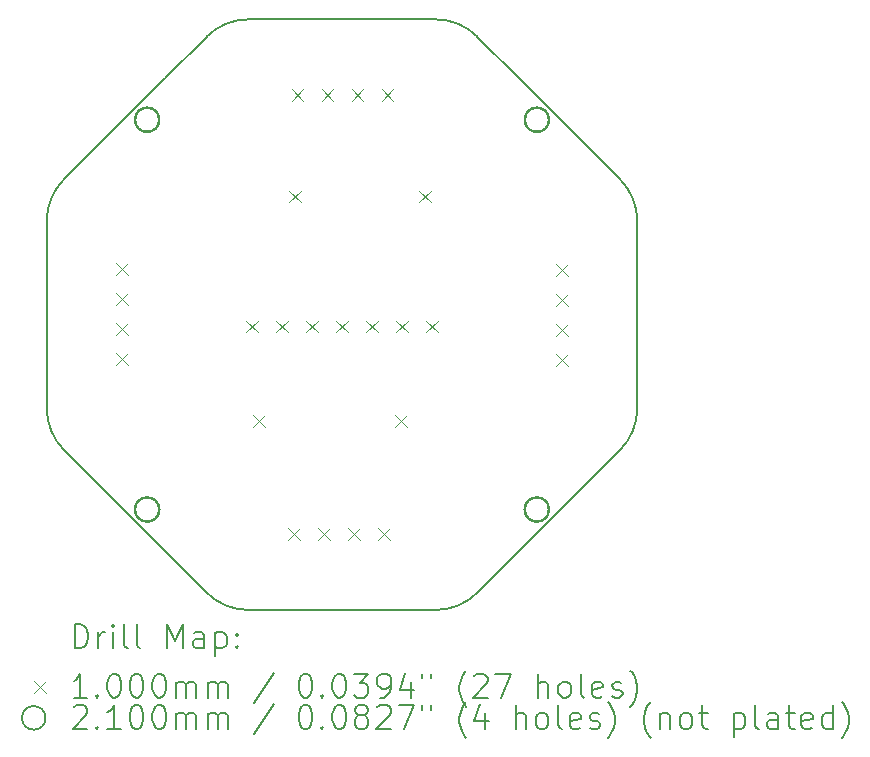
<source format=gbr>
%TF.GenerationSoftware,KiCad,Pcbnew,7.0.2-0*%
%TF.CreationDate,2023-07-24T15:35:59+09:00*%
%TF.ProjectId,line_in,6c696e65-5f69-46e2-9e6b-696361645f70,rev?*%
%TF.SameCoordinates,Original*%
%TF.FileFunction,Drillmap*%
%TF.FilePolarity,Positive*%
%FSLAX45Y45*%
G04 Gerber Fmt 4.5, Leading zero omitted, Abs format (unit mm)*
G04 Created by KiCad (PCBNEW 7.0.2-0) date 2023-07-24 15:35:59*
%MOMM*%
%LPD*%
G01*
G04 APERTURE LIST*
%ADD10C,0.200000*%
%ADD11C,0.100000*%
%ADD12C,0.210000*%
G04 APERTURE END LIST*
D10*
X12500000Y-12000000D02*
X12853553Y-12353553D01*
X16000000Y-8500000D02*
X15500000Y-8000000D01*
X15500000Y-8000000D02*
X15146447Y-7646447D01*
X16353556Y-11146449D02*
G75*
G03*
X16500000Y-10792893I-353576J353559D01*
G01*
X15500000Y-12000000D02*
X16000000Y-11500000D01*
X13207107Y-7499998D02*
G75*
G03*
X12853553Y-7646447I3J-500002D01*
G01*
X14792893Y-7500000D02*
X13207107Y-7500000D01*
X12450000Y-11650000D02*
G75*
G03*
X12450000Y-11650000I-100000J0D01*
G01*
X13207107Y-12500000D02*
X14792893Y-12500000D01*
X16500002Y-9207107D02*
G75*
G03*
X16353553Y-8853554I-500002J-3D01*
G01*
X11500000Y-9207107D02*
X11500000Y-10792893D01*
X12000000Y-11500000D02*
X12500000Y-12000000D01*
X16353553Y-8853553D02*
X16000000Y-8500000D01*
X12000000Y-8500000D02*
X11646447Y-8853553D01*
X15750000Y-8350000D02*
G75*
G03*
X15750000Y-8350000I-100000J0D01*
G01*
X12853555Y-12353552D02*
G75*
G03*
X13207107Y-12500000I353555J353552D01*
G01*
X15146447Y-12353553D02*
X15500000Y-12000000D01*
X11646448Y-8853555D02*
G75*
G03*
X11500000Y-9207107I353552J-353555D01*
G01*
X11499998Y-10792893D02*
G75*
G03*
X11646447Y-11146447I500002J3D01*
G01*
X12500000Y-8000000D02*
X12000000Y-8500000D01*
X12853553Y-7646447D02*
X12500000Y-8000000D01*
X14792893Y-12500002D02*
G75*
G03*
X15146446Y-12353553I-3J500002D01*
G01*
X16500000Y-10792893D02*
X16500000Y-9207107D01*
X16000000Y-11500000D02*
X16353553Y-11146447D01*
X15146445Y-7646448D02*
G75*
G03*
X14792893Y-7500000I-353555J-353552D01*
G01*
X12450000Y-8350000D02*
G75*
G03*
X12450000Y-8350000I-100000J0D01*
G01*
X11646447Y-11146447D02*
X12000000Y-11500000D01*
X15750000Y-11650000D02*
G75*
G03*
X15750000Y-11650000I-100000J0D01*
G01*
D11*
X12090000Y-9565000D02*
X12190000Y-9665000D01*
X12190000Y-9565000D02*
X12090000Y-9665000D01*
X12090000Y-9819000D02*
X12190000Y-9919000D01*
X12190000Y-9819000D02*
X12090000Y-9919000D01*
X12090000Y-10073000D02*
X12190000Y-10173000D01*
X12190000Y-10073000D02*
X12090000Y-10173000D01*
X12090000Y-10327000D02*
X12190000Y-10427000D01*
X12190000Y-10327000D02*
X12090000Y-10427000D01*
X13187500Y-10050000D02*
X13287500Y-10150000D01*
X13287500Y-10050000D02*
X13187500Y-10150000D01*
X13250000Y-10850000D02*
X13350000Y-10950000D01*
X13350000Y-10850000D02*
X13250000Y-10950000D01*
X13441500Y-10050000D02*
X13541500Y-10150000D01*
X13541500Y-10050000D02*
X13441500Y-10150000D01*
X13542000Y-11810000D02*
X13642000Y-11910000D01*
X13642000Y-11810000D02*
X13542000Y-11910000D01*
X13550000Y-8950000D02*
X13650000Y-9050000D01*
X13650000Y-8950000D02*
X13550000Y-9050000D01*
X13573000Y-8090000D02*
X13673000Y-8190000D01*
X13673000Y-8090000D02*
X13573000Y-8190000D01*
X13695500Y-10050000D02*
X13795500Y-10150000D01*
X13795500Y-10050000D02*
X13695500Y-10150000D01*
X13796000Y-11810000D02*
X13896000Y-11910000D01*
X13896000Y-11810000D02*
X13796000Y-11910000D01*
X13827000Y-8090000D02*
X13927000Y-8190000D01*
X13927000Y-8090000D02*
X13827000Y-8190000D01*
X13949500Y-10050000D02*
X14049500Y-10150000D01*
X14049500Y-10050000D02*
X13949500Y-10150000D01*
X14050000Y-11810000D02*
X14150000Y-11910000D01*
X14150000Y-11810000D02*
X14050000Y-11910000D01*
X14081000Y-8090000D02*
X14181000Y-8190000D01*
X14181000Y-8090000D02*
X14081000Y-8190000D01*
X14203500Y-10050000D02*
X14303500Y-10150000D01*
X14303500Y-10050000D02*
X14203500Y-10150000D01*
X14304000Y-11810000D02*
X14404000Y-11910000D01*
X14404000Y-11810000D02*
X14304000Y-11910000D01*
X14335000Y-8090000D02*
X14435000Y-8190000D01*
X14435000Y-8090000D02*
X14335000Y-8190000D01*
X14450000Y-10850000D02*
X14550000Y-10950000D01*
X14550000Y-10850000D02*
X14450000Y-10950000D01*
X14457500Y-10050000D02*
X14557500Y-10150000D01*
X14557500Y-10050000D02*
X14457500Y-10150000D01*
X14650000Y-8950000D02*
X14750000Y-9050000D01*
X14750000Y-8950000D02*
X14650000Y-9050000D01*
X14711500Y-10050000D02*
X14811500Y-10150000D01*
X14811500Y-10050000D02*
X14711500Y-10150000D01*
X15810000Y-9573000D02*
X15910000Y-9673000D01*
X15910000Y-9573000D02*
X15810000Y-9673000D01*
X15810000Y-9827000D02*
X15910000Y-9927000D01*
X15910000Y-9827000D02*
X15810000Y-9927000D01*
X15810000Y-10081000D02*
X15910000Y-10181000D01*
X15910000Y-10081000D02*
X15810000Y-10181000D01*
X15810000Y-10335000D02*
X15910000Y-10435000D01*
X15910000Y-10335000D02*
X15810000Y-10435000D01*
D12*
X12455000Y-8350000D02*
G75*
G03*
X12455000Y-8350000I-105000J0D01*
G01*
X12455000Y-11650000D02*
G75*
G03*
X12455000Y-11650000I-105000J0D01*
G01*
X15755000Y-8350000D02*
G75*
G03*
X15755000Y-8350000I-105000J0D01*
G01*
X15755000Y-11650000D02*
G75*
G03*
X15755000Y-11650000I-105000J0D01*
G01*
D10*
X11737619Y-12822524D02*
X11737619Y-12622524D01*
X11737619Y-12622524D02*
X11785238Y-12622524D01*
X11785238Y-12622524D02*
X11813809Y-12632048D01*
X11813809Y-12632048D02*
X11832857Y-12651095D01*
X11832857Y-12651095D02*
X11842381Y-12670143D01*
X11842381Y-12670143D02*
X11851905Y-12708238D01*
X11851905Y-12708238D02*
X11851905Y-12736809D01*
X11851905Y-12736809D02*
X11842381Y-12774905D01*
X11842381Y-12774905D02*
X11832857Y-12793952D01*
X11832857Y-12793952D02*
X11813809Y-12813000D01*
X11813809Y-12813000D02*
X11785238Y-12822524D01*
X11785238Y-12822524D02*
X11737619Y-12822524D01*
X11937619Y-12822524D02*
X11937619Y-12689190D01*
X11937619Y-12727286D02*
X11947143Y-12708238D01*
X11947143Y-12708238D02*
X11956667Y-12698714D01*
X11956667Y-12698714D02*
X11975714Y-12689190D01*
X11975714Y-12689190D02*
X11994762Y-12689190D01*
X12061428Y-12822524D02*
X12061428Y-12689190D01*
X12061428Y-12622524D02*
X12051905Y-12632048D01*
X12051905Y-12632048D02*
X12061428Y-12641571D01*
X12061428Y-12641571D02*
X12070952Y-12632048D01*
X12070952Y-12632048D02*
X12061428Y-12622524D01*
X12061428Y-12622524D02*
X12061428Y-12641571D01*
X12185238Y-12822524D02*
X12166190Y-12813000D01*
X12166190Y-12813000D02*
X12156667Y-12793952D01*
X12156667Y-12793952D02*
X12156667Y-12622524D01*
X12290000Y-12822524D02*
X12270952Y-12813000D01*
X12270952Y-12813000D02*
X12261428Y-12793952D01*
X12261428Y-12793952D02*
X12261428Y-12622524D01*
X12518571Y-12822524D02*
X12518571Y-12622524D01*
X12518571Y-12622524D02*
X12585238Y-12765381D01*
X12585238Y-12765381D02*
X12651905Y-12622524D01*
X12651905Y-12622524D02*
X12651905Y-12822524D01*
X12832857Y-12822524D02*
X12832857Y-12717762D01*
X12832857Y-12717762D02*
X12823333Y-12698714D01*
X12823333Y-12698714D02*
X12804286Y-12689190D01*
X12804286Y-12689190D02*
X12766190Y-12689190D01*
X12766190Y-12689190D02*
X12747143Y-12698714D01*
X12832857Y-12813000D02*
X12813809Y-12822524D01*
X12813809Y-12822524D02*
X12766190Y-12822524D01*
X12766190Y-12822524D02*
X12747143Y-12813000D01*
X12747143Y-12813000D02*
X12737619Y-12793952D01*
X12737619Y-12793952D02*
X12737619Y-12774905D01*
X12737619Y-12774905D02*
X12747143Y-12755857D01*
X12747143Y-12755857D02*
X12766190Y-12746333D01*
X12766190Y-12746333D02*
X12813809Y-12746333D01*
X12813809Y-12746333D02*
X12832857Y-12736809D01*
X12928095Y-12689190D02*
X12928095Y-12889190D01*
X12928095Y-12698714D02*
X12947143Y-12689190D01*
X12947143Y-12689190D02*
X12985238Y-12689190D01*
X12985238Y-12689190D02*
X13004286Y-12698714D01*
X13004286Y-12698714D02*
X13013809Y-12708238D01*
X13013809Y-12708238D02*
X13023333Y-12727286D01*
X13023333Y-12727286D02*
X13023333Y-12784428D01*
X13023333Y-12784428D02*
X13013809Y-12803476D01*
X13013809Y-12803476D02*
X13004286Y-12813000D01*
X13004286Y-12813000D02*
X12985238Y-12822524D01*
X12985238Y-12822524D02*
X12947143Y-12822524D01*
X12947143Y-12822524D02*
X12928095Y-12813000D01*
X13109048Y-12803476D02*
X13118571Y-12813000D01*
X13118571Y-12813000D02*
X13109048Y-12822524D01*
X13109048Y-12822524D02*
X13099524Y-12813000D01*
X13099524Y-12813000D02*
X13109048Y-12803476D01*
X13109048Y-12803476D02*
X13109048Y-12822524D01*
X13109048Y-12698714D02*
X13118571Y-12708238D01*
X13118571Y-12708238D02*
X13109048Y-12717762D01*
X13109048Y-12717762D02*
X13099524Y-12708238D01*
X13099524Y-12708238D02*
X13109048Y-12698714D01*
X13109048Y-12698714D02*
X13109048Y-12717762D01*
D11*
X11390000Y-13100000D02*
X11490000Y-13200000D01*
X11490000Y-13100000D02*
X11390000Y-13200000D01*
D10*
X11842381Y-13242524D02*
X11728095Y-13242524D01*
X11785238Y-13242524D02*
X11785238Y-13042524D01*
X11785238Y-13042524D02*
X11766190Y-13071095D01*
X11766190Y-13071095D02*
X11747143Y-13090143D01*
X11747143Y-13090143D02*
X11728095Y-13099667D01*
X11928095Y-13223476D02*
X11937619Y-13233000D01*
X11937619Y-13233000D02*
X11928095Y-13242524D01*
X11928095Y-13242524D02*
X11918571Y-13233000D01*
X11918571Y-13233000D02*
X11928095Y-13223476D01*
X11928095Y-13223476D02*
X11928095Y-13242524D01*
X12061428Y-13042524D02*
X12080476Y-13042524D01*
X12080476Y-13042524D02*
X12099524Y-13052048D01*
X12099524Y-13052048D02*
X12109048Y-13061571D01*
X12109048Y-13061571D02*
X12118571Y-13080619D01*
X12118571Y-13080619D02*
X12128095Y-13118714D01*
X12128095Y-13118714D02*
X12128095Y-13166333D01*
X12128095Y-13166333D02*
X12118571Y-13204428D01*
X12118571Y-13204428D02*
X12109048Y-13223476D01*
X12109048Y-13223476D02*
X12099524Y-13233000D01*
X12099524Y-13233000D02*
X12080476Y-13242524D01*
X12080476Y-13242524D02*
X12061428Y-13242524D01*
X12061428Y-13242524D02*
X12042381Y-13233000D01*
X12042381Y-13233000D02*
X12032857Y-13223476D01*
X12032857Y-13223476D02*
X12023333Y-13204428D01*
X12023333Y-13204428D02*
X12013809Y-13166333D01*
X12013809Y-13166333D02*
X12013809Y-13118714D01*
X12013809Y-13118714D02*
X12023333Y-13080619D01*
X12023333Y-13080619D02*
X12032857Y-13061571D01*
X12032857Y-13061571D02*
X12042381Y-13052048D01*
X12042381Y-13052048D02*
X12061428Y-13042524D01*
X12251905Y-13042524D02*
X12270952Y-13042524D01*
X12270952Y-13042524D02*
X12290000Y-13052048D01*
X12290000Y-13052048D02*
X12299524Y-13061571D01*
X12299524Y-13061571D02*
X12309048Y-13080619D01*
X12309048Y-13080619D02*
X12318571Y-13118714D01*
X12318571Y-13118714D02*
X12318571Y-13166333D01*
X12318571Y-13166333D02*
X12309048Y-13204428D01*
X12309048Y-13204428D02*
X12299524Y-13223476D01*
X12299524Y-13223476D02*
X12290000Y-13233000D01*
X12290000Y-13233000D02*
X12270952Y-13242524D01*
X12270952Y-13242524D02*
X12251905Y-13242524D01*
X12251905Y-13242524D02*
X12232857Y-13233000D01*
X12232857Y-13233000D02*
X12223333Y-13223476D01*
X12223333Y-13223476D02*
X12213809Y-13204428D01*
X12213809Y-13204428D02*
X12204286Y-13166333D01*
X12204286Y-13166333D02*
X12204286Y-13118714D01*
X12204286Y-13118714D02*
X12213809Y-13080619D01*
X12213809Y-13080619D02*
X12223333Y-13061571D01*
X12223333Y-13061571D02*
X12232857Y-13052048D01*
X12232857Y-13052048D02*
X12251905Y-13042524D01*
X12442381Y-13042524D02*
X12461429Y-13042524D01*
X12461429Y-13042524D02*
X12480476Y-13052048D01*
X12480476Y-13052048D02*
X12490000Y-13061571D01*
X12490000Y-13061571D02*
X12499524Y-13080619D01*
X12499524Y-13080619D02*
X12509048Y-13118714D01*
X12509048Y-13118714D02*
X12509048Y-13166333D01*
X12509048Y-13166333D02*
X12499524Y-13204428D01*
X12499524Y-13204428D02*
X12490000Y-13223476D01*
X12490000Y-13223476D02*
X12480476Y-13233000D01*
X12480476Y-13233000D02*
X12461429Y-13242524D01*
X12461429Y-13242524D02*
X12442381Y-13242524D01*
X12442381Y-13242524D02*
X12423333Y-13233000D01*
X12423333Y-13233000D02*
X12413809Y-13223476D01*
X12413809Y-13223476D02*
X12404286Y-13204428D01*
X12404286Y-13204428D02*
X12394762Y-13166333D01*
X12394762Y-13166333D02*
X12394762Y-13118714D01*
X12394762Y-13118714D02*
X12404286Y-13080619D01*
X12404286Y-13080619D02*
X12413809Y-13061571D01*
X12413809Y-13061571D02*
X12423333Y-13052048D01*
X12423333Y-13052048D02*
X12442381Y-13042524D01*
X12594762Y-13242524D02*
X12594762Y-13109190D01*
X12594762Y-13128238D02*
X12604286Y-13118714D01*
X12604286Y-13118714D02*
X12623333Y-13109190D01*
X12623333Y-13109190D02*
X12651905Y-13109190D01*
X12651905Y-13109190D02*
X12670952Y-13118714D01*
X12670952Y-13118714D02*
X12680476Y-13137762D01*
X12680476Y-13137762D02*
X12680476Y-13242524D01*
X12680476Y-13137762D02*
X12690000Y-13118714D01*
X12690000Y-13118714D02*
X12709048Y-13109190D01*
X12709048Y-13109190D02*
X12737619Y-13109190D01*
X12737619Y-13109190D02*
X12756667Y-13118714D01*
X12756667Y-13118714D02*
X12766190Y-13137762D01*
X12766190Y-13137762D02*
X12766190Y-13242524D01*
X12861429Y-13242524D02*
X12861429Y-13109190D01*
X12861429Y-13128238D02*
X12870952Y-13118714D01*
X12870952Y-13118714D02*
X12890000Y-13109190D01*
X12890000Y-13109190D02*
X12918571Y-13109190D01*
X12918571Y-13109190D02*
X12937619Y-13118714D01*
X12937619Y-13118714D02*
X12947143Y-13137762D01*
X12947143Y-13137762D02*
X12947143Y-13242524D01*
X12947143Y-13137762D02*
X12956667Y-13118714D01*
X12956667Y-13118714D02*
X12975714Y-13109190D01*
X12975714Y-13109190D02*
X13004286Y-13109190D01*
X13004286Y-13109190D02*
X13023333Y-13118714D01*
X13023333Y-13118714D02*
X13032857Y-13137762D01*
X13032857Y-13137762D02*
X13032857Y-13242524D01*
X13423333Y-13033000D02*
X13251905Y-13290143D01*
X13680476Y-13042524D02*
X13699524Y-13042524D01*
X13699524Y-13042524D02*
X13718572Y-13052048D01*
X13718572Y-13052048D02*
X13728095Y-13061571D01*
X13728095Y-13061571D02*
X13737619Y-13080619D01*
X13737619Y-13080619D02*
X13747143Y-13118714D01*
X13747143Y-13118714D02*
X13747143Y-13166333D01*
X13747143Y-13166333D02*
X13737619Y-13204428D01*
X13737619Y-13204428D02*
X13728095Y-13223476D01*
X13728095Y-13223476D02*
X13718572Y-13233000D01*
X13718572Y-13233000D02*
X13699524Y-13242524D01*
X13699524Y-13242524D02*
X13680476Y-13242524D01*
X13680476Y-13242524D02*
X13661429Y-13233000D01*
X13661429Y-13233000D02*
X13651905Y-13223476D01*
X13651905Y-13223476D02*
X13642381Y-13204428D01*
X13642381Y-13204428D02*
X13632857Y-13166333D01*
X13632857Y-13166333D02*
X13632857Y-13118714D01*
X13632857Y-13118714D02*
X13642381Y-13080619D01*
X13642381Y-13080619D02*
X13651905Y-13061571D01*
X13651905Y-13061571D02*
X13661429Y-13052048D01*
X13661429Y-13052048D02*
X13680476Y-13042524D01*
X13832857Y-13223476D02*
X13842381Y-13233000D01*
X13842381Y-13233000D02*
X13832857Y-13242524D01*
X13832857Y-13242524D02*
X13823333Y-13233000D01*
X13823333Y-13233000D02*
X13832857Y-13223476D01*
X13832857Y-13223476D02*
X13832857Y-13242524D01*
X13966191Y-13042524D02*
X13985238Y-13042524D01*
X13985238Y-13042524D02*
X14004286Y-13052048D01*
X14004286Y-13052048D02*
X14013810Y-13061571D01*
X14013810Y-13061571D02*
X14023333Y-13080619D01*
X14023333Y-13080619D02*
X14032857Y-13118714D01*
X14032857Y-13118714D02*
X14032857Y-13166333D01*
X14032857Y-13166333D02*
X14023333Y-13204428D01*
X14023333Y-13204428D02*
X14013810Y-13223476D01*
X14013810Y-13223476D02*
X14004286Y-13233000D01*
X14004286Y-13233000D02*
X13985238Y-13242524D01*
X13985238Y-13242524D02*
X13966191Y-13242524D01*
X13966191Y-13242524D02*
X13947143Y-13233000D01*
X13947143Y-13233000D02*
X13937619Y-13223476D01*
X13937619Y-13223476D02*
X13928095Y-13204428D01*
X13928095Y-13204428D02*
X13918572Y-13166333D01*
X13918572Y-13166333D02*
X13918572Y-13118714D01*
X13918572Y-13118714D02*
X13928095Y-13080619D01*
X13928095Y-13080619D02*
X13937619Y-13061571D01*
X13937619Y-13061571D02*
X13947143Y-13052048D01*
X13947143Y-13052048D02*
X13966191Y-13042524D01*
X14099524Y-13042524D02*
X14223333Y-13042524D01*
X14223333Y-13042524D02*
X14156667Y-13118714D01*
X14156667Y-13118714D02*
X14185238Y-13118714D01*
X14185238Y-13118714D02*
X14204286Y-13128238D01*
X14204286Y-13128238D02*
X14213810Y-13137762D01*
X14213810Y-13137762D02*
X14223333Y-13156809D01*
X14223333Y-13156809D02*
X14223333Y-13204428D01*
X14223333Y-13204428D02*
X14213810Y-13223476D01*
X14213810Y-13223476D02*
X14204286Y-13233000D01*
X14204286Y-13233000D02*
X14185238Y-13242524D01*
X14185238Y-13242524D02*
X14128095Y-13242524D01*
X14128095Y-13242524D02*
X14109048Y-13233000D01*
X14109048Y-13233000D02*
X14099524Y-13223476D01*
X14318572Y-13242524D02*
X14356667Y-13242524D01*
X14356667Y-13242524D02*
X14375714Y-13233000D01*
X14375714Y-13233000D02*
X14385238Y-13223476D01*
X14385238Y-13223476D02*
X14404286Y-13194905D01*
X14404286Y-13194905D02*
X14413810Y-13156809D01*
X14413810Y-13156809D02*
X14413810Y-13080619D01*
X14413810Y-13080619D02*
X14404286Y-13061571D01*
X14404286Y-13061571D02*
X14394762Y-13052048D01*
X14394762Y-13052048D02*
X14375714Y-13042524D01*
X14375714Y-13042524D02*
X14337619Y-13042524D01*
X14337619Y-13042524D02*
X14318572Y-13052048D01*
X14318572Y-13052048D02*
X14309048Y-13061571D01*
X14309048Y-13061571D02*
X14299524Y-13080619D01*
X14299524Y-13080619D02*
X14299524Y-13128238D01*
X14299524Y-13128238D02*
X14309048Y-13147286D01*
X14309048Y-13147286D02*
X14318572Y-13156809D01*
X14318572Y-13156809D02*
X14337619Y-13166333D01*
X14337619Y-13166333D02*
X14375714Y-13166333D01*
X14375714Y-13166333D02*
X14394762Y-13156809D01*
X14394762Y-13156809D02*
X14404286Y-13147286D01*
X14404286Y-13147286D02*
X14413810Y-13128238D01*
X14585238Y-13109190D02*
X14585238Y-13242524D01*
X14537619Y-13033000D02*
X14490000Y-13175857D01*
X14490000Y-13175857D02*
X14613810Y-13175857D01*
X14680476Y-13042524D02*
X14680476Y-13080619D01*
X14756667Y-13042524D02*
X14756667Y-13080619D01*
X15051905Y-13318714D02*
X15042381Y-13309190D01*
X15042381Y-13309190D02*
X15023334Y-13280619D01*
X15023334Y-13280619D02*
X15013810Y-13261571D01*
X15013810Y-13261571D02*
X15004286Y-13233000D01*
X15004286Y-13233000D02*
X14994762Y-13185381D01*
X14994762Y-13185381D02*
X14994762Y-13147286D01*
X14994762Y-13147286D02*
X15004286Y-13099667D01*
X15004286Y-13099667D02*
X15013810Y-13071095D01*
X15013810Y-13071095D02*
X15023334Y-13052048D01*
X15023334Y-13052048D02*
X15042381Y-13023476D01*
X15042381Y-13023476D02*
X15051905Y-13013952D01*
X15118572Y-13061571D02*
X15128095Y-13052048D01*
X15128095Y-13052048D02*
X15147143Y-13042524D01*
X15147143Y-13042524D02*
X15194762Y-13042524D01*
X15194762Y-13042524D02*
X15213810Y-13052048D01*
X15213810Y-13052048D02*
X15223334Y-13061571D01*
X15223334Y-13061571D02*
X15232857Y-13080619D01*
X15232857Y-13080619D02*
X15232857Y-13099667D01*
X15232857Y-13099667D02*
X15223334Y-13128238D01*
X15223334Y-13128238D02*
X15109048Y-13242524D01*
X15109048Y-13242524D02*
X15232857Y-13242524D01*
X15299524Y-13042524D02*
X15432857Y-13042524D01*
X15432857Y-13042524D02*
X15347143Y-13242524D01*
X15661429Y-13242524D02*
X15661429Y-13042524D01*
X15747143Y-13242524D02*
X15747143Y-13137762D01*
X15747143Y-13137762D02*
X15737619Y-13118714D01*
X15737619Y-13118714D02*
X15718572Y-13109190D01*
X15718572Y-13109190D02*
X15690000Y-13109190D01*
X15690000Y-13109190D02*
X15670953Y-13118714D01*
X15670953Y-13118714D02*
X15661429Y-13128238D01*
X15870953Y-13242524D02*
X15851905Y-13233000D01*
X15851905Y-13233000D02*
X15842381Y-13223476D01*
X15842381Y-13223476D02*
X15832857Y-13204428D01*
X15832857Y-13204428D02*
X15832857Y-13147286D01*
X15832857Y-13147286D02*
X15842381Y-13128238D01*
X15842381Y-13128238D02*
X15851905Y-13118714D01*
X15851905Y-13118714D02*
X15870953Y-13109190D01*
X15870953Y-13109190D02*
X15899524Y-13109190D01*
X15899524Y-13109190D02*
X15918572Y-13118714D01*
X15918572Y-13118714D02*
X15928096Y-13128238D01*
X15928096Y-13128238D02*
X15937619Y-13147286D01*
X15937619Y-13147286D02*
X15937619Y-13204428D01*
X15937619Y-13204428D02*
X15928096Y-13223476D01*
X15928096Y-13223476D02*
X15918572Y-13233000D01*
X15918572Y-13233000D02*
X15899524Y-13242524D01*
X15899524Y-13242524D02*
X15870953Y-13242524D01*
X16051905Y-13242524D02*
X16032857Y-13233000D01*
X16032857Y-13233000D02*
X16023334Y-13213952D01*
X16023334Y-13213952D02*
X16023334Y-13042524D01*
X16204286Y-13233000D02*
X16185238Y-13242524D01*
X16185238Y-13242524D02*
X16147143Y-13242524D01*
X16147143Y-13242524D02*
X16128096Y-13233000D01*
X16128096Y-13233000D02*
X16118572Y-13213952D01*
X16118572Y-13213952D02*
X16118572Y-13137762D01*
X16118572Y-13137762D02*
X16128096Y-13118714D01*
X16128096Y-13118714D02*
X16147143Y-13109190D01*
X16147143Y-13109190D02*
X16185238Y-13109190D01*
X16185238Y-13109190D02*
X16204286Y-13118714D01*
X16204286Y-13118714D02*
X16213810Y-13137762D01*
X16213810Y-13137762D02*
X16213810Y-13156809D01*
X16213810Y-13156809D02*
X16118572Y-13175857D01*
X16290000Y-13233000D02*
X16309048Y-13242524D01*
X16309048Y-13242524D02*
X16347143Y-13242524D01*
X16347143Y-13242524D02*
X16366191Y-13233000D01*
X16366191Y-13233000D02*
X16375715Y-13213952D01*
X16375715Y-13213952D02*
X16375715Y-13204428D01*
X16375715Y-13204428D02*
X16366191Y-13185381D01*
X16366191Y-13185381D02*
X16347143Y-13175857D01*
X16347143Y-13175857D02*
X16318572Y-13175857D01*
X16318572Y-13175857D02*
X16299524Y-13166333D01*
X16299524Y-13166333D02*
X16290000Y-13147286D01*
X16290000Y-13147286D02*
X16290000Y-13137762D01*
X16290000Y-13137762D02*
X16299524Y-13118714D01*
X16299524Y-13118714D02*
X16318572Y-13109190D01*
X16318572Y-13109190D02*
X16347143Y-13109190D01*
X16347143Y-13109190D02*
X16366191Y-13118714D01*
X16442381Y-13318714D02*
X16451905Y-13309190D01*
X16451905Y-13309190D02*
X16470953Y-13280619D01*
X16470953Y-13280619D02*
X16480477Y-13261571D01*
X16480477Y-13261571D02*
X16490000Y-13233000D01*
X16490000Y-13233000D02*
X16499524Y-13185381D01*
X16499524Y-13185381D02*
X16499524Y-13147286D01*
X16499524Y-13147286D02*
X16490000Y-13099667D01*
X16490000Y-13099667D02*
X16480477Y-13071095D01*
X16480477Y-13071095D02*
X16470953Y-13052048D01*
X16470953Y-13052048D02*
X16451905Y-13023476D01*
X16451905Y-13023476D02*
X16442381Y-13013952D01*
X11490000Y-13414000D02*
G75*
G03*
X11490000Y-13414000I-100000J0D01*
G01*
X11728095Y-13325571D02*
X11737619Y-13316048D01*
X11737619Y-13316048D02*
X11756667Y-13306524D01*
X11756667Y-13306524D02*
X11804286Y-13306524D01*
X11804286Y-13306524D02*
X11823333Y-13316048D01*
X11823333Y-13316048D02*
X11832857Y-13325571D01*
X11832857Y-13325571D02*
X11842381Y-13344619D01*
X11842381Y-13344619D02*
X11842381Y-13363667D01*
X11842381Y-13363667D02*
X11832857Y-13392238D01*
X11832857Y-13392238D02*
X11718571Y-13506524D01*
X11718571Y-13506524D02*
X11842381Y-13506524D01*
X11928095Y-13487476D02*
X11937619Y-13497000D01*
X11937619Y-13497000D02*
X11928095Y-13506524D01*
X11928095Y-13506524D02*
X11918571Y-13497000D01*
X11918571Y-13497000D02*
X11928095Y-13487476D01*
X11928095Y-13487476D02*
X11928095Y-13506524D01*
X12128095Y-13506524D02*
X12013809Y-13506524D01*
X12070952Y-13506524D02*
X12070952Y-13306524D01*
X12070952Y-13306524D02*
X12051905Y-13335095D01*
X12051905Y-13335095D02*
X12032857Y-13354143D01*
X12032857Y-13354143D02*
X12013809Y-13363667D01*
X12251905Y-13306524D02*
X12270952Y-13306524D01*
X12270952Y-13306524D02*
X12290000Y-13316048D01*
X12290000Y-13316048D02*
X12299524Y-13325571D01*
X12299524Y-13325571D02*
X12309048Y-13344619D01*
X12309048Y-13344619D02*
X12318571Y-13382714D01*
X12318571Y-13382714D02*
X12318571Y-13430333D01*
X12318571Y-13430333D02*
X12309048Y-13468428D01*
X12309048Y-13468428D02*
X12299524Y-13487476D01*
X12299524Y-13487476D02*
X12290000Y-13497000D01*
X12290000Y-13497000D02*
X12270952Y-13506524D01*
X12270952Y-13506524D02*
X12251905Y-13506524D01*
X12251905Y-13506524D02*
X12232857Y-13497000D01*
X12232857Y-13497000D02*
X12223333Y-13487476D01*
X12223333Y-13487476D02*
X12213809Y-13468428D01*
X12213809Y-13468428D02*
X12204286Y-13430333D01*
X12204286Y-13430333D02*
X12204286Y-13382714D01*
X12204286Y-13382714D02*
X12213809Y-13344619D01*
X12213809Y-13344619D02*
X12223333Y-13325571D01*
X12223333Y-13325571D02*
X12232857Y-13316048D01*
X12232857Y-13316048D02*
X12251905Y-13306524D01*
X12442381Y-13306524D02*
X12461429Y-13306524D01*
X12461429Y-13306524D02*
X12480476Y-13316048D01*
X12480476Y-13316048D02*
X12490000Y-13325571D01*
X12490000Y-13325571D02*
X12499524Y-13344619D01*
X12499524Y-13344619D02*
X12509048Y-13382714D01*
X12509048Y-13382714D02*
X12509048Y-13430333D01*
X12509048Y-13430333D02*
X12499524Y-13468428D01*
X12499524Y-13468428D02*
X12490000Y-13487476D01*
X12490000Y-13487476D02*
X12480476Y-13497000D01*
X12480476Y-13497000D02*
X12461429Y-13506524D01*
X12461429Y-13506524D02*
X12442381Y-13506524D01*
X12442381Y-13506524D02*
X12423333Y-13497000D01*
X12423333Y-13497000D02*
X12413809Y-13487476D01*
X12413809Y-13487476D02*
X12404286Y-13468428D01*
X12404286Y-13468428D02*
X12394762Y-13430333D01*
X12394762Y-13430333D02*
X12394762Y-13382714D01*
X12394762Y-13382714D02*
X12404286Y-13344619D01*
X12404286Y-13344619D02*
X12413809Y-13325571D01*
X12413809Y-13325571D02*
X12423333Y-13316048D01*
X12423333Y-13316048D02*
X12442381Y-13306524D01*
X12594762Y-13506524D02*
X12594762Y-13373190D01*
X12594762Y-13392238D02*
X12604286Y-13382714D01*
X12604286Y-13382714D02*
X12623333Y-13373190D01*
X12623333Y-13373190D02*
X12651905Y-13373190D01*
X12651905Y-13373190D02*
X12670952Y-13382714D01*
X12670952Y-13382714D02*
X12680476Y-13401762D01*
X12680476Y-13401762D02*
X12680476Y-13506524D01*
X12680476Y-13401762D02*
X12690000Y-13382714D01*
X12690000Y-13382714D02*
X12709048Y-13373190D01*
X12709048Y-13373190D02*
X12737619Y-13373190D01*
X12737619Y-13373190D02*
X12756667Y-13382714D01*
X12756667Y-13382714D02*
X12766190Y-13401762D01*
X12766190Y-13401762D02*
X12766190Y-13506524D01*
X12861429Y-13506524D02*
X12861429Y-13373190D01*
X12861429Y-13392238D02*
X12870952Y-13382714D01*
X12870952Y-13382714D02*
X12890000Y-13373190D01*
X12890000Y-13373190D02*
X12918571Y-13373190D01*
X12918571Y-13373190D02*
X12937619Y-13382714D01*
X12937619Y-13382714D02*
X12947143Y-13401762D01*
X12947143Y-13401762D02*
X12947143Y-13506524D01*
X12947143Y-13401762D02*
X12956667Y-13382714D01*
X12956667Y-13382714D02*
X12975714Y-13373190D01*
X12975714Y-13373190D02*
X13004286Y-13373190D01*
X13004286Y-13373190D02*
X13023333Y-13382714D01*
X13023333Y-13382714D02*
X13032857Y-13401762D01*
X13032857Y-13401762D02*
X13032857Y-13506524D01*
X13423333Y-13297000D02*
X13251905Y-13554143D01*
X13680476Y-13306524D02*
X13699524Y-13306524D01*
X13699524Y-13306524D02*
X13718572Y-13316048D01*
X13718572Y-13316048D02*
X13728095Y-13325571D01*
X13728095Y-13325571D02*
X13737619Y-13344619D01*
X13737619Y-13344619D02*
X13747143Y-13382714D01*
X13747143Y-13382714D02*
X13747143Y-13430333D01*
X13747143Y-13430333D02*
X13737619Y-13468428D01*
X13737619Y-13468428D02*
X13728095Y-13487476D01*
X13728095Y-13487476D02*
X13718572Y-13497000D01*
X13718572Y-13497000D02*
X13699524Y-13506524D01*
X13699524Y-13506524D02*
X13680476Y-13506524D01*
X13680476Y-13506524D02*
X13661429Y-13497000D01*
X13661429Y-13497000D02*
X13651905Y-13487476D01*
X13651905Y-13487476D02*
X13642381Y-13468428D01*
X13642381Y-13468428D02*
X13632857Y-13430333D01*
X13632857Y-13430333D02*
X13632857Y-13382714D01*
X13632857Y-13382714D02*
X13642381Y-13344619D01*
X13642381Y-13344619D02*
X13651905Y-13325571D01*
X13651905Y-13325571D02*
X13661429Y-13316048D01*
X13661429Y-13316048D02*
X13680476Y-13306524D01*
X13832857Y-13487476D02*
X13842381Y-13497000D01*
X13842381Y-13497000D02*
X13832857Y-13506524D01*
X13832857Y-13506524D02*
X13823333Y-13497000D01*
X13823333Y-13497000D02*
X13832857Y-13487476D01*
X13832857Y-13487476D02*
X13832857Y-13506524D01*
X13966191Y-13306524D02*
X13985238Y-13306524D01*
X13985238Y-13306524D02*
X14004286Y-13316048D01*
X14004286Y-13316048D02*
X14013810Y-13325571D01*
X14013810Y-13325571D02*
X14023333Y-13344619D01*
X14023333Y-13344619D02*
X14032857Y-13382714D01*
X14032857Y-13382714D02*
X14032857Y-13430333D01*
X14032857Y-13430333D02*
X14023333Y-13468428D01*
X14023333Y-13468428D02*
X14013810Y-13487476D01*
X14013810Y-13487476D02*
X14004286Y-13497000D01*
X14004286Y-13497000D02*
X13985238Y-13506524D01*
X13985238Y-13506524D02*
X13966191Y-13506524D01*
X13966191Y-13506524D02*
X13947143Y-13497000D01*
X13947143Y-13497000D02*
X13937619Y-13487476D01*
X13937619Y-13487476D02*
X13928095Y-13468428D01*
X13928095Y-13468428D02*
X13918572Y-13430333D01*
X13918572Y-13430333D02*
X13918572Y-13382714D01*
X13918572Y-13382714D02*
X13928095Y-13344619D01*
X13928095Y-13344619D02*
X13937619Y-13325571D01*
X13937619Y-13325571D02*
X13947143Y-13316048D01*
X13947143Y-13316048D02*
X13966191Y-13306524D01*
X14147143Y-13392238D02*
X14128095Y-13382714D01*
X14128095Y-13382714D02*
X14118572Y-13373190D01*
X14118572Y-13373190D02*
X14109048Y-13354143D01*
X14109048Y-13354143D02*
X14109048Y-13344619D01*
X14109048Y-13344619D02*
X14118572Y-13325571D01*
X14118572Y-13325571D02*
X14128095Y-13316048D01*
X14128095Y-13316048D02*
X14147143Y-13306524D01*
X14147143Y-13306524D02*
X14185238Y-13306524D01*
X14185238Y-13306524D02*
X14204286Y-13316048D01*
X14204286Y-13316048D02*
X14213810Y-13325571D01*
X14213810Y-13325571D02*
X14223333Y-13344619D01*
X14223333Y-13344619D02*
X14223333Y-13354143D01*
X14223333Y-13354143D02*
X14213810Y-13373190D01*
X14213810Y-13373190D02*
X14204286Y-13382714D01*
X14204286Y-13382714D02*
X14185238Y-13392238D01*
X14185238Y-13392238D02*
X14147143Y-13392238D01*
X14147143Y-13392238D02*
X14128095Y-13401762D01*
X14128095Y-13401762D02*
X14118572Y-13411286D01*
X14118572Y-13411286D02*
X14109048Y-13430333D01*
X14109048Y-13430333D02*
X14109048Y-13468428D01*
X14109048Y-13468428D02*
X14118572Y-13487476D01*
X14118572Y-13487476D02*
X14128095Y-13497000D01*
X14128095Y-13497000D02*
X14147143Y-13506524D01*
X14147143Y-13506524D02*
X14185238Y-13506524D01*
X14185238Y-13506524D02*
X14204286Y-13497000D01*
X14204286Y-13497000D02*
X14213810Y-13487476D01*
X14213810Y-13487476D02*
X14223333Y-13468428D01*
X14223333Y-13468428D02*
X14223333Y-13430333D01*
X14223333Y-13430333D02*
X14213810Y-13411286D01*
X14213810Y-13411286D02*
X14204286Y-13401762D01*
X14204286Y-13401762D02*
X14185238Y-13392238D01*
X14299524Y-13325571D02*
X14309048Y-13316048D01*
X14309048Y-13316048D02*
X14328095Y-13306524D01*
X14328095Y-13306524D02*
X14375714Y-13306524D01*
X14375714Y-13306524D02*
X14394762Y-13316048D01*
X14394762Y-13316048D02*
X14404286Y-13325571D01*
X14404286Y-13325571D02*
X14413810Y-13344619D01*
X14413810Y-13344619D02*
X14413810Y-13363667D01*
X14413810Y-13363667D02*
X14404286Y-13392238D01*
X14404286Y-13392238D02*
X14290000Y-13506524D01*
X14290000Y-13506524D02*
X14413810Y-13506524D01*
X14480476Y-13306524D02*
X14613810Y-13306524D01*
X14613810Y-13306524D02*
X14528095Y-13506524D01*
X14680476Y-13306524D02*
X14680476Y-13344619D01*
X14756667Y-13306524D02*
X14756667Y-13344619D01*
X15051905Y-13582714D02*
X15042381Y-13573190D01*
X15042381Y-13573190D02*
X15023334Y-13544619D01*
X15023334Y-13544619D02*
X15013810Y-13525571D01*
X15013810Y-13525571D02*
X15004286Y-13497000D01*
X15004286Y-13497000D02*
X14994762Y-13449381D01*
X14994762Y-13449381D02*
X14994762Y-13411286D01*
X14994762Y-13411286D02*
X15004286Y-13363667D01*
X15004286Y-13363667D02*
X15013810Y-13335095D01*
X15013810Y-13335095D02*
X15023334Y-13316048D01*
X15023334Y-13316048D02*
X15042381Y-13287476D01*
X15042381Y-13287476D02*
X15051905Y-13277952D01*
X15213810Y-13373190D02*
X15213810Y-13506524D01*
X15166191Y-13297000D02*
X15118572Y-13439857D01*
X15118572Y-13439857D02*
X15242381Y-13439857D01*
X15470953Y-13506524D02*
X15470953Y-13306524D01*
X15556667Y-13506524D02*
X15556667Y-13401762D01*
X15556667Y-13401762D02*
X15547143Y-13382714D01*
X15547143Y-13382714D02*
X15528096Y-13373190D01*
X15528096Y-13373190D02*
X15499524Y-13373190D01*
X15499524Y-13373190D02*
X15480476Y-13382714D01*
X15480476Y-13382714D02*
X15470953Y-13392238D01*
X15680476Y-13506524D02*
X15661429Y-13497000D01*
X15661429Y-13497000D02*
X15651905Y-13487476D01*
X15651905Y-13487476D02*
X15642381Y-13468428D01*
X15642381Y-13468428D02*
X15642381Y-13411286D01*
X15642381Y-13411286D02*
X15651905Y-13392238D01*
X15651905Y-13392238D02*
X15661429Y-13382714D01*
X15661429Y-13382714D02*
X15680476Y-13373190D01*
X15680476Y-13373190D02*
X15709048Y-13373190D01*
X15709048Y-13373190D02*
X15728096Y-13382714D01*
X15728096Y-13382714D02*
X15737619Y-13392238D01*
X15737619Y-13392238D02*
X15747143Y-13411286D01*
X15747143Y-13411286D02*
X15747143Y-13468428D01*
X15747143Y-13468428D02*
X15737619Y-13487476D01*
X15737619Y-13487476D02*
X15728096Y-13497000D01*
X15728096Y-13497000D02*
X15709048Y-13506524D01*
X15709048Y-13506524D02*
X15680476Y-13506524D01*
X15861429Y-13506524D02*
X15842381Y-13497000D01*
X15842381Y-13497000D02*
X15832857Y-13477952D01*
X15832857Y-13477952D02*
X15832857Y-13306524D01*
X16013810Y-13497000D02*
X15994762Y-13506524D01*
X15994762Y-13506524D02*
X15956667Y-13506524D01*
X15956667Y-13506524D02*
X15937619Y-13497000D01*
X15937619Y-13497000D02*
X15928096Y-13477952D01*
X15928096Y-13477952D02*
X15928096Y-13401762D01*
X15928096Y-13401762D02*
X15937619Y-13382714D01*
X15937619Y-13382714D02*
X15956667Y-13373190D01*
X15956667Y-13373190D02*
X15994762Y-13373190D01*
X15994762Y-13373190D02*
X16013810Y-13382714D01*
X16013810Y-13382714D02*
X16023334Y-13401762D01*
X16023334Y-13401762D02*
X16023334Y-13420809D01*
X16023334Y-13420809D02*
X15928096Y-13439857D01*
X16099524Y-13497000D02*
X16118572Y-13506524D01*
X16118572Y-13506524D02*
X16156667Y-13506524D01*
X16156667Y-13506524D02*
X16175715Y-13497000D01*
X16175715Y-13497000D02*
X16185238Y-13477952D01*
X16185238Y-13477952D02*
X16185238Y-13468428D01*
X16185238Y-13468428D02*
X16175715Y-13449381D01*
X16175715Y-13449381D02*
X16156667Y-13439857D01*
X16156667Y-13439857D02*
X16128096Y-13439857D01*
X16128096Y-13439857D02*
X16109048Y-13430333D01*
X16109048Y-13430333D02*
X16099524Y-13411286D01*
X16099524Y-13411286D02*
X16099524Y-13401762D01*
X16099524Y-13401762D02*
X16109048Y-13382714D01*
X16109048Y-13382714D02*
X16128096Y-13373190D01*
X16128096Y-13373190D02*
X16156667Y-13373190D01*
X16156667Y-13373190D02*
X16175715Y-13382714D01*
X16251905Y-13582714D02*
X16261429Y-13573190D01*
X16261429Y-13573190D02*
X16280477Y-13544619D01*
X16280477Y-13544619D02*
X16290000Y-13525571D01*
X16290000Y-13525571D02*
X16299524Y-13497000D01*
X16299524Y-13497000D02*
X16309048Y-13449381D01*
X16309048Y-13449381D02*
X16309048Y-13411286D01*
X16309048Y-13411286D02*
X16299524Y-13363667D01*
X16299524Y-13363667D02*
X16290000Y-13335095D01*
X16290000Y-13335095D02*
X16280477Y-13316048D01*
X16280477Y-13316048D02*
X16261429Y-13287476D01*
X16261429Y-13287476D02*
X16251905Y-13277952D01*
X16613810Y-13582714D02*
X16604286Y-13573190D01*
X16604286Y-13573190D02*
X16585238Y-13544619D01*
X16585238Y-13544619D02*
X16575715Y-13525571D01*
X16575715Y-13525571D02*
X16566191Y-13497000D01*
X16566191Y-13497000D02*
X16556667Y-13449381D01*
X16556667Y-13449381D02*
X16556667Y-13411286D01*
X16556667Y-13411286D02*
X16566191Y-13363667D01*
X16566191Y-13363667D02*
X16575715Y-13335095D01*
X16575715Y-13335095D02*
X16585238Y-13316048D01*
X16585238Y-13316048D02*
X16604286Y-13287476D01*
X16604286Y-13287476D02*
X16613810Y-13277952D01*
X16690000Y-13373190D02*
X16690000Y-13506524D01*
X16690000Y-13392238D02*
X16699524Y-13382714D01*
X16699524Y-13382714D02*
X16718572Y-13373190D01*
X16718572Y-13373190D02*
X16747143Y-13373190D01*
X16747143Y-13373190D02*
X16766191Y-13382714D01*
X16766191Y-13382714D02*
X16775715Y-13401762D01*
X16775715Y-13401762D02*
X16775715Y-13506524D01*
X16899524Y-13506524D02*
X16880477Y-13497000D01*
X16880477Y-13497000D02*
X16870953Y-13487476D01*
X16870953Y-13487476D02*
X16861429Y-13468428D01*
X16861429Y-13468428D02*
X16861429Y-13411286D01*
X16861429Y-13411286D02*
X16870953Y-13392238D01*
X16870953Y-13392238D02*
X16880477Y-13382714D01*
X16880477Y-13382714D02*
X16899524Y-13373190D01*
X16899524Y-13373190D02*
X16928096Y-13373190D01*
X16928096Y-13373190D02*
X16947143Y-13382714D01*
X16947143Y-13382714D02*
X16956667Y-13392238D01*
X16956667Y-13392238D02*
X16966191Y-13411286D01*
X16966191Y-13411286D02*
X16966191Y-13468428D01*
X16966191Y-13468428D02*
X16956667Y-13487476D01*
X16956667Y-13487476D02*
X16947143Y-13497000D01*
X16947143Y-13497000D02*
X16928096Y-13506524D01*
X16928096Y-13506524D02*
X16899524Y-13506524D01*
X17023334Y-13373190D02*
X17099524Y-13373190D01*
X17051905Y-13306524D02*
X17051905Y-13477952D01*
X17051905Y-13477952D02*
X17061429Y-13497000D01*
X17061429Y-13497000D02*
X17080477Y-13506524D01*
X17080477Y-13506524D02*
X17099524Y-13506524D01*
X17318572Y-13373190D02*
X17318572Y-13573190D01*
X17318572Y-13382714D02*
X17337620Y-13373190D01*
X17337620Y-13373190D02*
X17375715Y-13373190D01*
X17375715Y-13373190D02*
X17394762Y-13382714D01*
X17394762Y-13382714D02*
X17404286Y-13392238D01*
X17404286Y-13392238D02*
X17413810Y-13411286D01*
X17413810Y-13411286D02*
X17413810Y-13468428D01*
X17413810Y-13468428D02*
X17404286Y-13487476D01*
X17404286Y-13487476D02*
X17394762Y-13497000D01*
X17394762Y-13497000D02*
X17375715Y-13506524D01*
X17375715Y-13506524D02*
X17337620Y-13506524D01*
X17337620Y-13506524D02*
X17318572Y-13497000D01*
X17528096Y-13506524D02*
X17509048Y-13497000D01*
X17509048Y-13497000D02*
X17499524Y-13477952D01*
X17499524Y-13477952D02*
X17499524Y-13306524D01*
X17690001Y-13506524D02*
X17690001Y-13401762D01*
X17690001Y-13401762D02*
X17680477Y-13382714D01*
X17680477Y-13382714D02*
X17661429Y-13373190D01*
X17661429Y-13373190D02*
X17623334Y-13373190D01*
X17623334Y-13373190D02*
X17604286Y-13382714D01*
X17690001Y-13497000D02*
X17670953Y-13506524D01*
X17670953Y-13506524D02*
X17623334Y-13506524D01*
X17623334Y-13506524D02*
X17604286Y-13497000D01*
X17604286Y-13497000D02*
X17594762Y-13477952D01*
X17594762Y-13477952D02*
X17594762Y-13458905D01*
X17594762Y-13458905D02*
X17604286Y-13439857D01*
X17604286Y-13439857D02*
X17623334Y-13430333D01*
X17623334Y-13430333D02*
X17670953Y-13430333D01*
X17670953Y-13430333D02*
X17690001Y-13420809D01*
X17756667Y-13373190D02*
X17832858Y-13373190D01*
X17785239Y-13306524D02*
X17785239Y-13477952D01*
X17785239Y-13477952D02*
X17794762Y-13497000D01*
X17794762Y-13497000D02*
X17813810Y-13506524D01*
X17813810Y-13506524D02*
X17832858Y-13506524D01*
X17975715Y-13497000D02*
X17956667Y-13506524D01*
X17956667Y-13506524D02*
X17918572Y-13506524D01*
X17918572Y-13506524D02*
X17899524Y-13497000D01*
X17899524Y-13497000D02*
X17890001Y-13477952D01*
X17890001Y-13477952D02*
X17890001Y-13401762D01*
X17890001Y-13401762D02*
X17899524Y-13382714D01*
X17899524Y-13382714D02*
X17918572Y-13373190D01*
X17918572Y-13373190D02*
X17956667Y-13373190D01*
X17956667Y-13373190D02*
X17975715Y-13382714D01*
X17975715Y-13382714D02*
X17985239Y-13401762D01*
X17985239Y-13401762D02*
X17985239Y-13420809D01*
X17985239Y-13420809D02*
X17890001Y-13439857D01*
X18156667Y-13506524D02*
X18156667Y-13306524D01*
X18156667Y-13497000D02*
X18137620Y-13506524D01*
X18137620Y-13506524D02*
X18099524Y-13506524D01*
X18099524Y-13506524D02*
X18080477Y-13497000D01*
X18080477Y-13497000D02*
X18070953Y-13487476D01*
X18070953Y-13487476D02*
X18061429Y-13468428D01*
X18061429Y-13468428D02*
X18061429Y-13411286D01*
X18061429Y-13411286D02*
X18070953Y-13392238D01*
X18070953Y-13392238D02*
X18080477Y-13382714D01*
X18080477Y-13382714D02*
X18099524Y-13373190D01*
X18099524Y-13373190D02*
X18137620Y-13373190D01*
X18137620Y-13373190D02*
X18156667Y-13382714D01*
X18232858Y-13582714D02*
X18242382Y-13573190D01*
X18242382Y-13573190D02*
X18261429Y-13544619D01*
X18261429Y-13544619D02*
X18270953Y-13525571D01*
X18270953Y-13525571D02*
X18280477Y-13497000D01*
X18280477Y-13497000D02*
X18290001Y-13449381D01*
X18290001Y-13449381D02*
X18290001Y-13411286D01*
X18290001Y-13411286D02*
X18280477Y-13363667D01*
X18280477Y-13363667D02*
X18270953Y-13335095D01*
X18270953Y-13335095D02*
X18261429Y-13316048D01*
X18261429Y-13316048D02*
X18242382Y-13287476D01*
X18242382Y-13287476D02*
X18232858Y-13277952D01*
M02*

</source>
